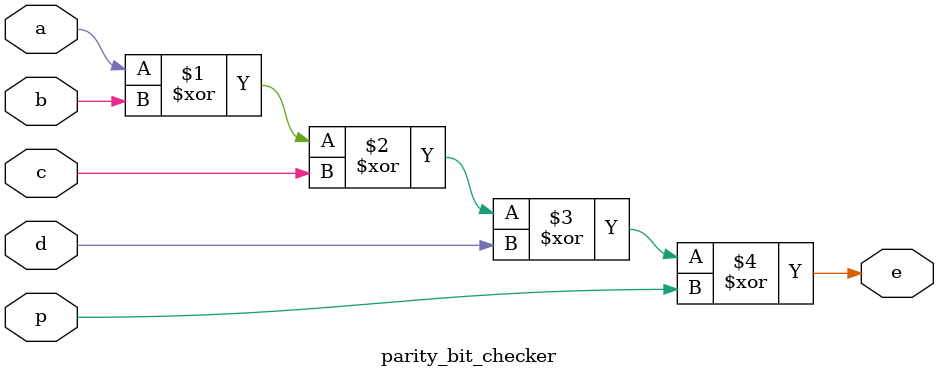
<source format=v>
`timescale 1ns / 1ps

/*
Company: Sogang University
Engineer: G_EEE3
Create Date: 2021/10/28 15:59:57
Module Name: parity_bit_checker
*/

module parity_bit_checker(
    input a, b, c, d, p,
    output e
);

assign e = a ^ b ^ c ^ d ^ p;

endmodule
</source>
